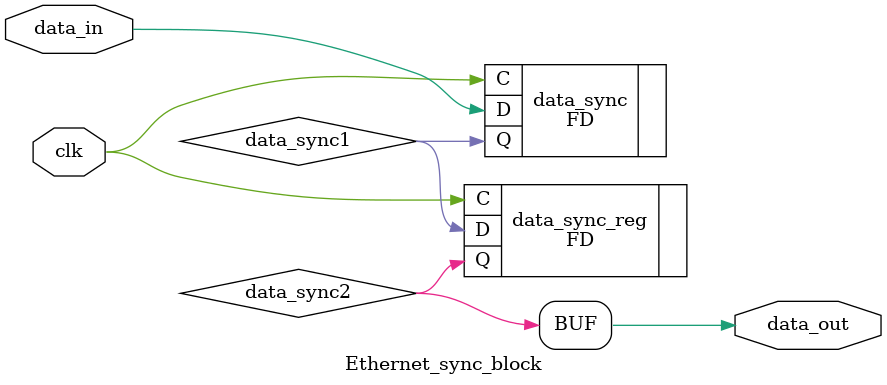
<source format=v>

`timescale 1ps / 1ps

module Ethernet_sync_block #(
  parameter INITIALISE = 2'b00
)
(
  input        clk,              // clock to be sync'ed to
  input        data_in,          // Data to be 'synced'
  output       data_out          // synced data
);

  // Internal Signals
  wire data_sync1;
  wire data_sync2;


  (* shreg_extract = "no", ASYNC_REG = "TRUE", RLOC = "X0Y0" *)
  FD #(
    .INIT (INITIALISE[0])
  ) data_sync (
    .C  (clk),
    .D  (data_in),
    .Q  (data_sync1)
  );


  (* shreg_extract = "no", RLOC = "X0Y0" *)
  FD #(
   .INIT (INITIALISE[1])
  ) data_sync_reg (
  .C  (clk),
  .D  (data_sync1),
  .Q  (data_sync2)
  );


  assign data_out = data_sync2;


endmodule



</source>
